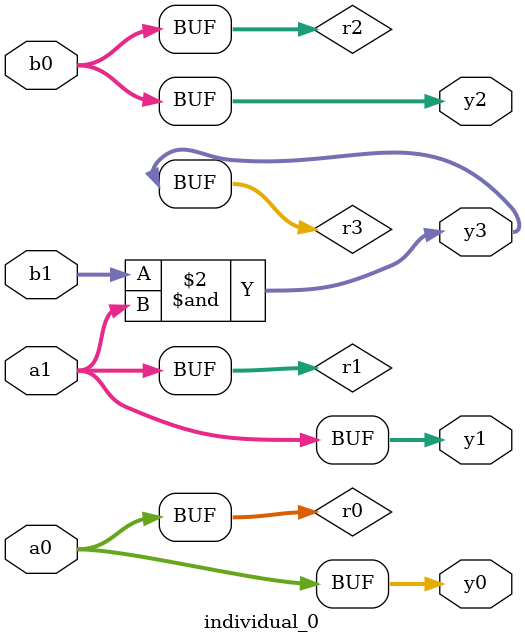
<source format=sv>
module individual_0(input logic [15:0] a1, input logic [15:0] a0, input logic [15:0] b1, input logic [15:0] b0, output logic [15:0] y3, output logic [15:0] y2, output logic [15:0] y1, output logic [15:0] y0);
logic [15:0] r0, r1, r2, r3; 
 always@(*) begin 
	 r0 = a0; r1 = a1; r2 = b0; r3 = b1; 
 	 r3  &=  a1 ;
 	 y3 = r3; y2 = r2; y1 = r1; y0 = r0; 
end
endmodule
</source>
